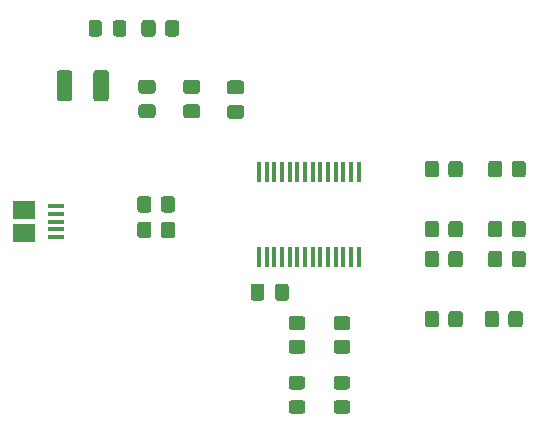
<source format=gbr>
%TF.GenerationSoftware,KiCad,Pcbnew,(5.1.8)-1*%
%TF.CreationDate,2020-12-04T21:04:29+03:00*%
%TF.ProjectId,InterfaceG850,496e7465-7266-4616-9365-473835302e6b,rev?*%
%TF.SameCoordinates,Original*%
%TF.FileFunction,Paste,Top*%
%TF.FilePolarity,Positive*%
%FSLAX46Y46*%
G04 Gerber Fmt 4.6, Leading zero omitted, Abs format (unit mm)*
G04 Created by KiCad (PCBNEW (5.1.8)-1) date 2020-12-04 21:04:29*
%MOMM*%
%LPD*%
G01*
G04 APERTURE LIST*
%ADD10R,0.450000X1.750000*%
%ADD11R,1.900000X1.500000*%
%ADD12R,1.350000X0.400000*%
G04 APERTURE END LIST*
D10*
%TO.C,U1*%
X133765000Y-78530000D03*
X133115000Y-78530000D03*
X132465000Y-78530000D03*
X131815000Y-78530000D03*
X131165000Y-78530000D03*
X130515000Y-78530000D03*
X129865000Y-78530000D03*
X129215000Y-78530000D03*
X128565000Y-78530000D03*
X127915000Y-78530000D03*
X127265000Y-78530000D03*
X126615000Y-78530000D03*
X125965000Y-78530000D03*
X125315000Y-78530000D03*
X125315000Y-71330000D03*
X125965000Y-71330000D03*
X126615000Y-71330000D03*
X127265000Y-71330000D03*
X127915000Y-71330000D03*
X128565000Y-71330000D03*
X129215000Y-71330000D03*
X129865000Y-71330000D03*
X130515000Y-71330000D03*
X131165000Y-71330000D03*
X131815000Y-71330000D03*
X132465000Y-71330000D03*
X133115000Y-71330000D03*
X133765000Y-71330000D03*
%TD*%
%TO.C,R13*%
G36*
G01*
X128091779Y-85558580D02*
X128991781Y-85558580D01*
G75*
G02*
X129241780Y-85808579I0J-249999D01*
G01*
X129241780Y-86508581D01*
G75*
G02*
X128991781Y-86758580I-249999J0D01*
G01*
X128091779Y-86758580D01*
G75*
G02*
X127841780Y-86508581I0J249999D01*
G01*
X127841780Y-85808579D01*
G75*
G02*
X128091779Y-85558580I249999J0D01*
G01*
G37*
G36*
G01*
X128091779Y-83558580D02*
X128991781Y-83558580D01*
G75*
G02*
X129241780Y-83808579I0J-249999D01*
G01*
X129241780Y-84508581D01*
G75*
G02*
X128991781Y-84758580I-249999J0D01*
G01*
X128091779Y-84758580D01*
G75*
G02*
X127841780Y-84508581I0J249999D01*
G01*
X127841780Y-83808579D01*
G75*
G02*
X128091779Y-83558580I249999J0D01*
G01*
G37*
%TD*%
%TO.C,R12*%
G36*
G01*
X131901779Y-85558580D02*
X132801781Y-85558580D01*
G75*
G02*
X133051780Y-85808579I0J-249999D01*
G01*
X133051780Y-86508581D01*
G75*
G02*
X132801781Y-86758580I-249999J0D01*
G01*
X131901779Y-86758580D01*
G75*
G02*
X131651780Y-86508581I0J249999D01*
G01*
X131651780Y-85808579D01*
G75*
G02*
X131901779Y-85558580I249999J0D01*
G01*
G37*
G36*
G01*
X131901779Y-83558580D02*
X132801781Y-83558580D01*
G75*
G02*
X133051780Y-83808579I0J-249999D01*
G01*
X133051780Y-84508581D01*
G75*
G02*
X132801781Y-84758580I-249999J0D01*
G01*
X131901779Y-84758580D01*
G75*
G02*
X131651780Y-84508581I0J249999D01*
G01*
X131651780Y-83808579D01*
G75*
G02*
X131901779Y-83558580I249999J0D01*
G01*
G37*
%TD*%
%TO.C,R11*%
G36*
G01*
X116574620Y-58747239D02*
X116574620Y-59647241D01*
G75*
G02*
X116324621Y-59897240I-249999J0D01*
G01*
X115624619Y-59897240D01*
G75*
G02*
X115374620Y-59647241I0J249999D01*
G01*
X115374620Y-58747239D01*
G75*
G02*
X115624619Y-58497240I249999J0D01*
G01*
X116324621Y-58497240D01*
G75*
G02*
X116574620Y-58747239I0J-249999D01*
G01*
G37*
G36*
G01*
X118574620Y-58747239D02*
X118574620Y-59647241D01*
G75*
G02*
X118324621Y-59897240I-249999J0D01*
G01*
X117624619Y-59897240D01*
G75*
G02*
X117374620Y-59647241I0J249999D01*
G01*
X117374620Y-58747239D01*
G75*
G02*
X117624619Y-58497240I249999J0D01*
G01*
X118324621Y-58497240D01*
G75*
G02*
X118574620Y-58747239I0J-249999D01*
G01*
G37*
%TD*%
%TO.C,R10*%
G36*
G01*
X145920000Y-70669999D02*
X145920000Y-71570001D01*
G75*
G02*
X145670001Y-71820000I-249999J0D01*
G01*
X144969999Y-71820000D01*
G75*
G02*
X144720000Y-71570001I0J249999D01*
G01*
X144720000Y-70669999D01*
G75*
G02*
X144969999Y-70420000I249999J0D01*
G01*
X145670001Y-70420000D01*
G75*
G02*
X145920000Y-70669999I0J-249999D01*
G01*
G37*
G36*
G01*
X147920000Y-70669999D02*
X147920000Y-71570001D01*
G75*
G02*
X147670001Y-71820000I-249999J0D01*
G01*
X146969999Y-71820000D01*
G75*
G02*
X146720000Y-71570001I0J249999D01*
G01*
X146720000Y-70669999D01*
G75*
G02*
X146969999Y-70420000I249999J0D01*
G01*
X147670001Y-70420000D01*
G75*
G02*
X147920000Y-70669999I0J-249999D01*
G01*
G37*
%TD*%
%TO.C,R9*%
G36*
G01*
X145650000Y-83369999D02*
X145650000Y-84270001D01*
G75*
G02*
X145400001Y-84520000I-249999J0D01*
G01*
X144699999Y-84520000D01*
G75*
G02*
X144450000Y-84270001I0J249999D01*
G01*
X144450000Y-83369999D01*
G75*
G02*
X144699999Y-83120000I249999J0D01*
G01*
X145400001Y-83120000D01*
G75*
G02*
X145650000Y-83369999I0J-249999D01*
G01*
G37*
G36*
G01*
X147650000Y-83369999D02*
X147650000Y-84270001D01*
G75*
G02*
X147400001Y-84520000I-249999J0D01*
G01*
X146699999Y-84520000D01*
G75*
G02*
X146450000Y-84270001I0J249999D01*
G01*
X146450000Y-83369999D01*
G75*
G02*
X146699999Y-83120000I249999J0D01*
G01*
X147400001Y-83120000D01*
G75*
G02*
X147650000Y-83369999I0J-249999D01*
G01*
G37*
%TD*%
%TO.C,R8*%
G36*
G01*
X145920000Y-78289999D02*
X145920000Y-79190001D01*
G75*
G02*
X145670001Y-79440000I-249999J0D01*
G01*
X144969999Y-79440000D01*
G75*
G02*
X144720000Y-79190001I0J249999D01*
G01*
X144720000Y-78289999D01*
G75*
G02*
X144969999Y-78040000I249999J0D01*
G01*
X145670001Y-78040000D01*
G75*
G02*
X145920000Y-78289999I0J-249999D01*
G01*
G37*
G36*
G01*
X147920000Y-78289999D02*
X147920000Y-79190001D01*
G75*
G02*
X147670001Y-79440000I-249999J0D01*
G01*
X146969999Y-79440000D01*
G75*
G02*
X146720000Y-79190001I0J249999D01*
G01*
X146720000Y-78289999D01*
G75*
G02*
X146969999Y-78040000I249999J0D01*
G01*
X147670001Y-78040000D01*
G75*
G02*
X147920000Y-78289999I0J-249999D01*
G01*
G37*
%TD*%
%TO.C,R7*%
G36*
G01*
X145920000Y-75749999D02*
X145920000Y-76650001D01*
G75*
G02*
X145670001Y-76900000I-249999J0D01*
G01*
X144969999Y-76900000D01*
G75*
G02*
X144720000Y-76650001I0J249999D01*
G01*
X144720000Y-75749999D01*
G75*
G02*
X144969999Y-75500000I249999J0D01*
G01*
X145670001Y-75500000D01*
G75*
G02*
X145920000Y-75749999I0J-249999D01*
G01*
G37*
G36*
G01*
X147920000Y-75749999D02*
X147920000Y-76650001D01*
G75*
G02*
X147670001Y-76900000I-249999J0D01*
G01*
X146969999Y-76900000D01*
G75*
G02*
X146720000Y-76650001I0J249999D01*
G01*
X146720000Y-75749999D01*
G75*
G02*
X146969999Y-75500000I249999J0D01*
G01*
X147670001Y-75500000D01*
G75*
G02*
X147920000Y-75749999I0J-249999D01*
G01*
G37*
%TD*%
%TO.C,R6*%
G36*
G01*
X116217240Y-73651959D02*
X116217240Y-74551961D01*
G75*
G02*
X115967241Y-74801960I-249999J0D01*
G01*
X115267239Y-74801960D01*
G75*
G02*
X115017240Y-74551961I0J249999D01*
G01*
X115017240Y-73651959D01*
G75*
G02*
X115267239Y-73401960I249999J0D01*
G01*
X115967241Y-73401960D01*
G75*
G02*
X116217240Y-73651959I0J-249999D01*
G01*
G37*
G36*
G01*
X118217240Y-73651959D02*
X118217240Y-74551961D01*
G75*
G02*
X117967241Y-74801960I-249999J0D01*
G01*
X117267239Y-74801960D01*
G75*
G02*
X117017240Y-74551961I0J249999D01*
G01*
X117017240Y-73651959D01*
G75*
G02*
X117267239Y-73401960I249999J0D01*
G01*
X117967241Y-73401960D01*
G75*
G02*
X118217240Y-73651959I0J-249999D01*
G01*
G37*
%TD*%
%TO.C,R5*%
G36*
G01*
X116226640Y-75818579D02*
X116226640Y-76718581D01*
G75*
G02*
X115976641Y-76968580I-249999J0D01*
G01*
X115276639Y-76968580D01*
G75*
G02*
X115026640Y-76718581I0J249999D01*
G01*
X115026640Y-75818579D01*
G75*
G02*
X115276639Y-75568580I249999J0D01*
G01*
X115976641Y-75568580D01*
G75*
G02*
X116226640Y-75818579I0J-249999D01*
G01*
G37*
G36*
G01*
X118226640Y-75818579D02*
X118226640Y-76718581D01*
G75*
G02*
X117976641Y-76968580I-249999J0D01*
G01*
X117276639Y-76968580D01*
G75*
G02*
X117026640Y-76718581I0J249999D01*
G01*
X117026640Y-75818579D01*
G75*
G02*
X117276639Y-75568580I249999J0D01*
G01*
X117976641Y-75568580D01*
G75*
G02*
X118226640Y-75818579I0J-249999D01*
G01*
G37*
%TD*%
%TO.C,R4*%
G36*
G01*
X140570000Y-70669999D02*
X140570000Y-71570001D01*
G75*
G02*
X140320001Y-71820000I-249999J0D01*
G01*
X139619999Y-71820000D01*
G75*
G02*
X139370000Y-71570001I0J249999D01*
G01*
X139370000Y-70669999D01*
G75*
G02*
X139619999Y-70420000I249999J0D01*
G01*
X140320001Y-70420000D01*
G75*
G02*
X140570000Y-70669999I0J-249999D01*
G01*
G37*
G36*
G01*
X142570000Y-70669999D02*
X142570000Y-71570001D01*
G75*
G02*
X142320001Y-71820000I-249999J0D01*
G01*
X141619999Y-71820000D01*
G75*
G02*
X141370000Y-71570001I0J249999D01*
G01*
X141370000Y-70669999D01*
G75*
G02*
X141619999Y-70420000I249999J0D01*
G01*
X142320001Y-70420000D01*
G75*
G02*
X142570000Y-70669999I0J-249999D01*
G01*
G37*
%TD*%
%TO.C,R3*%
G36*
G01*
X140570000Y-83369999D02*
X140570000Y-84270001D01*
G75*
G02*
X140320001Y-84520000I-249999J0D01*
G01*
X139619999Y-84520000D01*
G75*
G02*
X139370000Y-84270001I0J249999D01*
G01*
X139370000Y-83369999D01*
G75*
G02*
X139619999Y-83120000I249999J0D01*
G01*
X140320001Y-83120000D01*
G75*
G02*
X140570000Y-83369999I0J-249999D01*
G01*
G37*
G36*
G01*
X142570000Y-83369999D02*
X142570000Y-84270001D01*
G75*
G02*
X142320001Y-84520000I-249999J0D01*
G01*
X141619999Y-84520000D01*
G75*
G02*
X141370000Y-84270001I0J249999D01*
G01*
X141370000Y-83369999D01*
G75*
G02*
X141619999Y-83120000I249999J0D01*
G01*
X142320001Y-83120000D01*
G75*
G02*
X142570000Y-83369999I0J-249999D01*
G01*
G37*
%TD*%
%TO.C,R2*%
G36*
G01*
X140570000Y-78289999D02*
X140570000Y-79190001D01*
G75*
G02*
X140320001Y-79440000I-249999J0D01*
G01*
X139619999Y-79440000D01*
G75*
G02*
X139370000Y-79190001I0J249999D01*
G01*
X139370000Y-78289999D01*
G75*
G02*
X139619999Y-78040000I249999J0D01*
G01*
X140320001Y-78040000D01*
G75*
G02*
X140570000Y-78289999I0J-249999D01*
G01*
G37*
G36*
G01*
X142570000Y-78289999D02*
X142570000Y-79190001D01*
G75*
G02*
X142320001Y-79440000I-249999J0D01*
G01*
X141619999Y-79440000D01*
G75*
G02*
X141370000Y-79190001I0J249999D01*
G01*
X141370000Y-78289999D01*
G75*
G02*
X141619999Y-78040000I249999J0D01*
G01*
X142320001Y-78040000D01*
G75*
G02*
X142570000Y-78289999I0J-249999D01*
G01*
G37*
%TD*%
%TO.C,R1*%
G36*
G01*
X140570000Y-75749999D02*
X140570000Y-76650001D01*
G75*
G02*
X140320001Y-76900000I-249999J0D01*
G01*
X139619999Y-76900000D01*
G75*
G02*
X139370000Y-76650001I0J249999D01*
G01*
X139370000Y-75749999D01*
G75*
G02*
X139619999Y-75500000I249999J0D01*
G01*
X140320001Y-75500000D01*
G75*
G02*
X140570000Y-75749999I0J-249999D01*
G01*
G37*
G36*
G01*
X142570000Y-75749999D02*
X142570000Y-76650001D01*
G75*
G02*
X142320001Y-76900000I-249999J0D01*
G01*
X141619999Y-76900000D01*
G75*
G02*
X141370000Y-76650001I0J249999D01*
G01*
X141370000Y-75749999D01*
G75*
G02*
X141619999Y-75500000I249999J0D01*
G01*
X142320001Y-75500000D01*
G75*
G02*
X142570000Y-75749999I0J-249999D01*
G01*
G37*
%TD*%
D11*
%TO.C,J1*%
X105442500Y-74562460D03*
D12*
X108142500Y-75562460D03*
X108142500Y-76212460D03*
X108142500Y-76862460D03*
X108142500Y-74262460D03*
X108142500Y-74912460D03*
D11*
X105442500Y-76562460D03*
%TD*%
%TO.C,F1*%
G36*
G01*
X109513800Y-62988880D02*
X109513800Y-65138880D01*
G75*
G02*
X109263800Y-65388880I-250000J0D01*
G01*
X108463800Y-65388880D01*
G75*
G02*
X108213800Y-65138880I0J250000D01*
G01*
X108213800Y-62988880D01*
G75*
G02*
X108463800Y-62738880I250000J0D01*
G01*
X109263800Y-62738880D01*
G75*
G02*
X109513800Y-62988880I0J-250000D01*
G01*
G37*
G36*
G01*
X112613800Y-62988880D02*
X112613800Y-65138880D01*
G75*
G02*
X112363800Y-65388880I-250000J0D01*
G01*
X111563800Y-65388880D01*
G75*
G02*
X111313800Y-65138880I0J250000D01*
G01*
X111313800Y-62988880D01*
G75*
G02*
X111563800Y-62738880I250000J0D01*
G01*
X112363800Y-62738880D01*
G75*
G02*
X112613800Y-62988880I0J-250000D01*
G01*
G37*
%TD*%
%TO.C,D3*%
G36*
G01*
X128091779Y-90688580D02*
X128991781Y-90688580D01*
G75*
G02*
X129241780Y-90938579I0J-249999D01*
G01*
X129241780Y-91588581D01*
G75*
G02*
X128991781Y-91838580I-249999J0D01*
G01*
X128091779Y-91838580D01*
G75*
G02*
X127841780Y-91588581I0J249999D01*
G01*
X127841780Y-90938579D01*
G75*
G02*
X128091779Y-90688580I249999J0D01*
G01*
G37*
G36*
G01*
X128091779Y-88638580D02*
X128991781Y-88638580D01*
G75*
G02*
X129241780Y-88888579I0J-249999D01*
G01*
X129241780Y-89538581D01*
G75*
G02*
X128991781Y-89788580I-249999J0D01*
G01*
X128091779Y-89788580D01*
G75*
G02*
X127841780Y-89538581I0J249999D01*
G01*
X127841780Y-88888579D01*
G75*
G02*
X128091779Y-88638580I249999J0D01*
G01*
G37*
%TD*%
%TO.C,D2*%
G36*
G01*
X131901779Y-90688580D02*
X132801781Y-90688580D01*
G75*
G02*
X133051780Y-90938579I0J-249999D01*
G01*
X133051780Y-91588581D01*
G75*
G02*
X132801781Y-91838580I-249999J0D01*
G01*
X131901779Y-91838580D01*
G75*
G02*
X131651780Y-91588581I0J249999D01*
G01*
X131651780Y-90938579D01*
G75*
G02*
X131901779Y-90688580I249999J0D01*
G01*
G37*
G36*
G01*
X131901779Y-88638580D02*
X132801781Y-88638580D01*
G75*
G02*
X133051780Y-88888579I0J-249999D01*
G01*
X133051780Y-89538581D01*
G75*
G02*
X132801781Y-89788580I-249999J0D01*
G01*
X131901779Y-89788580D01*
G75*
G02*
X131651780Y-89538581I0J249999D01*
G01*
X131651780Y-88888579D01*
G75*
G02*
X131901779Y-88638580I249999J0D01*
G01*
G37*
%TD*%
%TO.C,D1*%
G36*
G01*
X112046600Y-58749779D02*
X112046600Y-59649781D01*
G75*
G02*
X111796601Y-59899780I-249999J0D01*
G01*
X111146599Y-59899780D01*
G75*
G02*
X110896600Y-59649781I0J249999D01*
G01*
X110896600Y-58749779D01*
G75*
G02*
X111146599Y-58499780I249999J0D01*
G01*
X111796601Y-58499780D01*
G75*
G02*
X112046600Y-58749779I0J-249999D01*
G01*
G37*
G36*
G01*
X114096600Y-58749779D02*
X114096600Y-59649781D01*
G75*
G02*
X113846601Y-59899780I-249999J0D01*
G01*
X113196599Y-59899780D01*
G75*
G02*
X112946600Y-59649781I0J249999D01*
G01*
X112946600Y-58749779D01*
G75*
G02*
X113196599Y-58499780I249999J0D01*
G01*
X113846601Y-58499780D01*
G75*
G02*
X114096600Y-58749779I0J-249999D01*
G01*
G37*
%TD*%
%TO.C,C4*%
G36*
G01*
X126689360Y-82014080D02*
X126689360Y-81064080D01*
G75*
G02*
X126939360Y-80814080I250000J0D01*
G01*
X127614360Y-80814080D01*
G75*
G02*
X127864360Y-81064080I0J-250000D01*
G01*
X127864360Y-82014080D01*
G75*
G02*
X127614360Y-82264080I-250000J0D01*
G01*
X126939360Y-82264080D01*
G75*
G02*
X126689360Y-82014080I0J250000D01*
G01*
G37*
G36*
G01*
X124614360Y-82014080D02*
X124614360Y-81064080D01*
G75*
G02*
X124864360Y-80814080I250000J0D01*
G01*
X125539360Y-80814080D01*
G75*
G02*
X125789360Y-81064080I0J-250000D01*
G01*
X125789360Y-82014080D01*
G75*
G02*
X125539360Y-82264080I-250000J0D01*
G01*
X124864360Y-82264080D01*
G75*
G02*
X124614360Y-82014080I0J250000D01*
G01*
G37*
%TD*%
%TO.C,C3*%
G36*
G01*
X122872480Y-65692440D02*
X123822480Y-65692440D01*
G75*
G02*
X124072480Y-65942440I0J-250000D01*
G01*
X124072480Y-66617440D01*
G75*
G02*
X123822480Y-66867440I-250000J0D01*
G01*
X122872480Y-66867440D01*
G75*
G02*
X122622480Y-66617440I0J250000D01*
G01*
X122622480Y-65942440D01*
G75*
G02*
X122872480Y-65692440I250000J0D01*
G01*
G37*
G36*
G01*
X122872480Y-63617440D02*
X123822480Y-63617440D01*
G75*
G02*
X124072480Y-63867440I0J-250000D01*
G01*
X124072480Y-64542440D01*
G75*
G02*
X123822480Y-64792440I-250000J0D01*
G01*
X122872480Y-64792440D01*
G75*
G02*
X122622480Y-64542440I0J250000D01*
G01*
X122622480Y-63867440D01*
G75*
G02*
X122872480Y-63617440I250000J0D01*
G01*
G37*
%TD*%
%TO.C,C2*%
G36*
G01*
X119148840Y-65639100D02*
X120098840Y-65639100D01*
G75*
G02*
X120348840Y-65889100I0J-250000D01*
G01*
X120348840Y-66564100D01*
G75*
G02*
X120098840Y-66814100I-250000J0D01*
G01*
X119148840Y-66814100D01*
G75*
G02*
X118898840Y-66564100I0J250000D01*
G01*
X118898840Y-65889100D01*
G75*
G02*
X119148840Y-65639100I250000J0D01*
G01*
G37*
G36*
G01*
X119148840Y-63564100D02*
X120098840Y-63564100D01*
G75*
G02*
X120348840Y-63814100I0J-250000D01*
G01*
X120348840Y-64489100D01*
G75*
G02*
X120098840Y-64739100I-250000J0D01*
G01*
X119148840Y-64739100D01*
G75*
G02*
X118898840Y-64489100I0J250000D01*
G01*
X118898840Y-63814100D01*
G75*
G02*
X119148840Y-63564100I250000J0D01*
G01*
G37*
%TD*%
%TO.C,C1*%
G36*
G01*
X115369320Y-65626400D02*
X116319320Y-65626400D01*
G75*
G02*
X116569320Y-65876400I0J-250000D01*
G01*
X116569320Y-66551400D01*
G75*
G02*
X116319320Y-66801400I-250000J0D01*
G01*
X115369320Y-66801400D01*
G75*
G02*
X115119320Y-66551400I0J250000D01*
G01*
X115119320Y-65876400D01*
G75*
G02*
X115369320Y-65626400I250000J0D01*
G01*
G37*
G36*
G01*
X115369320Y-63551400D02*
X116319320Y-63551400D01*
G75*
G02*
X116569320Y-63801400I0J-250000D01*
G01*
X116569320Y-64476400D01*
G75*
G02*
X116319320Y-64726400I-250000J0D01*
G01*
X115369320Y-64726400D01*
G75*
G02*
X115119320Y-64476400I0J250000D01*
G01*
X115119320Y-63801400D01*
G75*
G02*
X115369320Y-63551400I250000J0D01*
G01*
G37*
%TD*%
M02*

</source>
